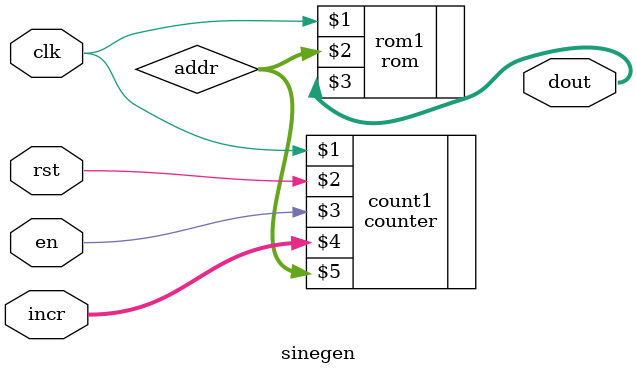
<source format=sv>
module sinegen #(
    parameter WIDTH = 8
)(
    input logic clk, //clock
    input logic rst, //reset
    input logic en,  //counter enable
    input logic [WIDTH-1:0] incr,

    output logic [WIDTH-1:0] dout
);

logic [WIDTH-1:0] addr;

counter count1(clk,rst,en,incr,addr);
rom rom1(clk,addr,dout);

endmodule

</source>
